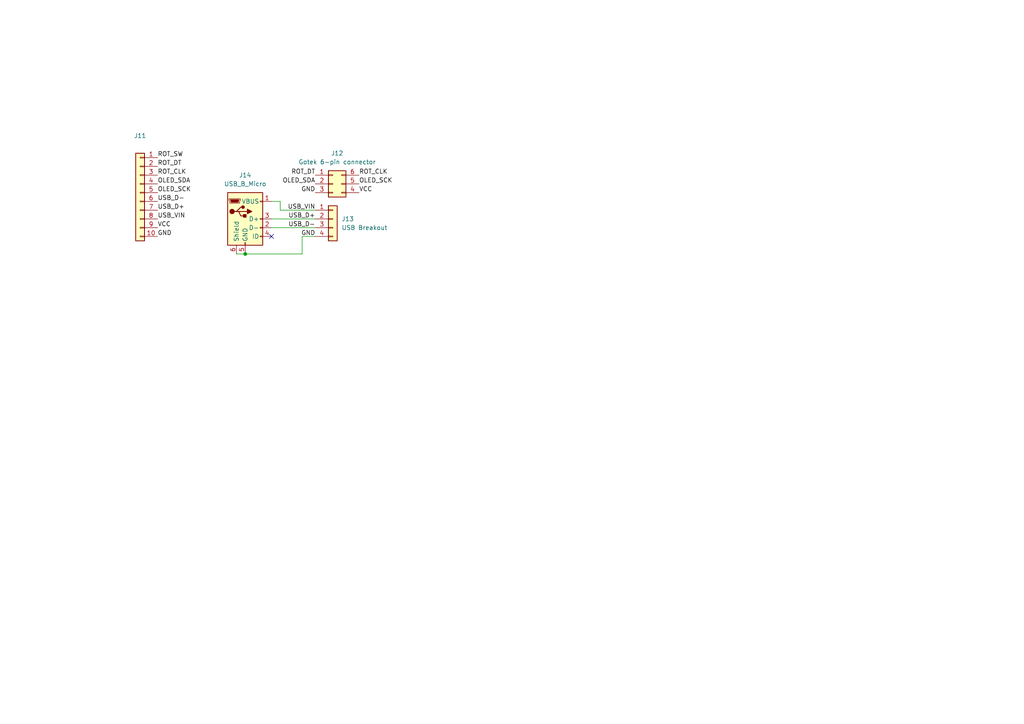
<source format=kicad_sch>
(kicad_sch (version 20231120) (generator "eeschema") (generator_version "8.0")
  (paper "A4")
  (lib_symbols
    (symbol "Connector:USB_B_Micro" (pin_names (offset 1.016))
      (property "Reference" "J" (at -5.08 11.43 0))
      (property "Value" "USB_B_Micro" (at -5.08 8.89 0))
      (symbol "USB_B_Micro_0_1"
        (rectangle (start -5.08 -7.62) (end 5.08 7.62) (stroke (width 0.254)) (fill (type background)))
        (circle (center -3.81 2.159) (radius 0.635) (stroke (width 0.254)) (fill (type outline)))
        (circle (center -0.635 3.429) (radius 0.381) (stroke (width 0.254)) (fill (type outline)))
        (rectangle (start -0.127 -7.62) (end 0.127 -6.858))
        (polyline (pts (xy -1.905 2.159) (xy 0.635 2.159)) (stroke (width 0.254)))
        (polyline (pts (xy -3.175 2.159) (xy -2.54 2.159) (xy -1.27 3.429) (xy -0.635 3.429)) (stroke (width 0.254)))
        (polyline (pts (xy -2.54 2.159) (xy -1.905 2.159) (xy -1.27 0.889) (xy 0 0.889)) (stroke (width 0.254)))
        (polyline (pts (xy 0.635 2.794) (xy 0.635 1.524) (xy 1.905 2.159) (xy 0.635 2.794)) (stroke (width 0.254)) (fill (type outline)))
        (polyline (pts (xy -4.318 5.588) (xy -1.778 5.588) (xy -2.032 4.826) (xy -4.064 4.826) (xy -4.318 5.588)) (fill (type outline)))
        (polyline (pts (xy -4.699 5.842) (xy -4.699 5.588) (xy -4.445 4.826) (xy -4.445 4.572) (xy -1.651 4.572) (xy -1.651 4.826) (xy -1.397 5.588) (xy -1.397 5.842) (xy -4.699 5.842)))
        (rectangle (start 0.254 1.27) (end -0.508 0.508) (stroke (width 0.254)) (fill (type outline)))
        (rectangle (start 5.08 -5.207) (end 4.318 -4.953))
        (rectangle (start 5.08 -2.667) (end 4.318 -2.413))
        (rectangle (start 5.08 -0.127) (end 4.318 0.127))
        (rectangle (start 5.08 4.953) (end 4.318 5.207))
      )
      (symbol "USB_B_Micro_1_1"
        (pin power_out line (at 7.62 5.08 180) (length 2.54) (name "VBUS") (number "1"))
        (pin bidirectional line (at 7.62 -2.54 180) (length 2.54) (name "D-") (number "2"))
        (pin bidirectional line (at 7.62 0 180) (length 2.54) (name "D+") (number "3"))
        (pin passive line (at 7.62 -5.08 180) (length 2.54) (name "ID") (number "4"))
        (pin power_out line (at 0 -10.16 90) (length 2.54) (name "GND") (number "5"))
        (pin passive line (at -2.54 -10.16 90) (length 2.54) (name "Shield") (number "6"))
      )
    )
    (symbol "Connector_Generic:Conn_01x04" (pin_names (offset 1.016) hide)
      (property "Reference" "J" (at 0 5.08 0))
      (property "Value" "Conn_01x04" (at 0 -7.62 0))
      (symbol "Conn_01x04_1_1"
        (rectangle (start -1.27 -4.953) (end 0 -5.207) (stroke (width 0.1524)))
        (rectangle (start -1.27 -2.413) (end 0 -2.667) (stroke (width 0.1524)))
        (rectangle (start -1.27 0.127) (end 0 -0.127) (stroke (width 0.1524)))
        (rectangle (start -1.27 2.667) (end 0 2.413) (stroke (width 0.1524)))
        (rectangle (start -1.27 3.81) (end 1.27 -6.35) (stroke (width 0.254)) (fill (type background)))
        (pin passive line (at -5.08 2.54 0) (length 3.81) (name "Pin_1") (number "1"))
        (pin passive line (at -5.08 0 0) (length 3.81) (name "Pin_2") (number "2"))
        (pin passive line (at -5.08 -2.54 0) (length 3.81) (name "Pin_3") (number "3"))
        (pin passive line (at -5.08 -5.08 0) (length 3.81) (name "Pin_4") (number "4"))
      )
    )
    (symbol "Connector_Generic:Conn_01x10" (pin_names (offset 1.016) hide)
      (property "Reference" "J" (at 0 12.7 0))
      (property "Value" "Conn_01x10" (at 0 -15.24 0))
      (symbol "Conn_01x10_1_1"
        (rectangle (start -1.27 -12.573) (end 0 -12.827) (stroke (width 0.1524)))
        (rectangle (start -1.27 -10.033) (end 0 -10.287) (stroke (width 0.1524)))
        (rectangle (start -1.27 -7.493) (end 0 -7.747) (stroke (width 0.1524)))
        (rectangle (start -1.27 -4.953) (end 0 -5.207) (stroke (width 0.1524)))
        (rectangle (start -1.27 -2.413) (end 0 -2.667) (stroke (width 0.1524)))
        (rectangle (start -1.27 0.127) (end 0 -0.127) (stroke (width 0.1524)))
        (rectangle (start -1.27 2.667) (end 0 2.413) (stroke (width 0.1524)))
        (rectangle (start -1.27 5.207) (end 0 4.953) (stroke (width 0.1524)))
        (rectangle (start -1.27 7.747) (end 0 7.493) (stroke (width 0.1524)))
        (rectangle (start -1.27 10.287) (end 0 10.033) (stroke (width 0.1524)))
        (rectangle (start -1.27 11.43) (end 1.27 -13.97) (stroke (width 0.254)) (fill (type background)))
        (pin passive line (at -5.08 10.16 0) (length 3.81) (name "Pin_1") (number "1"))
        (pin passive line (at -5.08 -12.7 0) (length 3.81) (name "Pin_10") (number "10"))
        (pin passive line (at -5.08 7.62 0) (length 3.81) (name "Pin_2") (number "2"))
        (pin passive line (at -5.08 5.08 0) (length 3.81) (name "Pin_3") (number "3"))
        (pin passive line (at -5.08 2.54 0) (length 3.81) (name "Pin_4") (number "4"))
        (pin passive line (at -5.08 0 0) (length 3.81) (name "Pin_5") (number "5"))
        (pin passive line (at -5.08 -2.54 0) (length 3.81) (name "Pin_6") (number "6"))
        (pin passive line (at -5.08 -5.08 0) (length 3.81) (name "Pin_7") (number "7"))
        (pin passive line (at -5.08 -7.62 0) (length 3.81) (name "Pin_8") (number "8"))
        (pin passive line (at -5.08 -10.16 0) (length 3.81) (name "Pin_9") (number "9"))
      )
    )
    (symbol "Connector_Generic:Conn_02x03_Counter_Clockwise" (pin_names (offset 1.016) hide)
      (property "Reference" "J" (at 1.27 5.08 0))
      (property "Value" "Conn_02x03_Counter_Clockwise" (at 1.27 -5.08 0))
      (symbol "Conn_02x03_Counter_Clockwise_1_1"
        (rectangle (start -1.27 -2.413) (end 0 -2.667) (stroke (width 0.1524)))
        (rectangle (start -1.27 0.127) (end 0 -0.127) (stroke (width 0.1524)))
        (rectangle (start -1.27 2.667) (end 0 2.413) (stroke (width 0.1524)))
        (rectangle (start -1.27 3.81) (end 3.81 -3.81) (stroke (width 0.254)) (fill (type background)))
        (rectangle (start 3.81 -2.413) (end 2.54 -2.667) (stroke (width 0.1524)))
        (rectangle (start 3.81 0.127) (end 2.54 -0.127) (stroke (width 0.1524)))
        (rectangle (start 3.81 2.667) (end 2.54 2.413) (stroke (width 0.1524)))
        (pin passive line (at -5.08 2.54 0) (length 3.81) (name "Pin_1") (number "1"))
        (pin passive line (at -5.08 0 0) (length 3.81) (name "Pin_2") (number "2"))
        (pin passive line (at -5.08 -2.54 0) (length 3.81) (name "Pin_3") (number "3"))
        (pin passive line (at 7.62 -2.54 180) (length 3.81) (name "Pin_4") (number "4"))
        (pin passive line (at 7.62 0 180) (length 3.81) (name "Pin_5") (number "5"))
        (pin passive line (at 7.62 2.54 180) (length 3.81) (name "Pin_6") (number "6"))
      )
    )
  )
  (junction (at 71.12 73.66))
  (no_connect (at 78.74 68.58))
  (wire (pts (xy 78.74 63.5) (xy 91.44 63.5)))
  (wire (pts (xy 71.12 73.66) (xy 87.63 73.66)))
  (wire (pts (xy 78.74 66.04) (xy 91.44 66.04)))
  (wire (pts (xy 81.28 60.96) (xy 91.44 60.96)))
  (wire (pts (xy 81.28 58.42) (xy 81.28 60.96)))
  (wire (pts (xy 87.63 68.58) (xy 91.44 68.58)))
  (wire (pts (xy 87.63 73.66) (xy 87.63 68.58)))
  (wire (pts (xy 68.58 73.66) (xy 71.12 73.66)))
  (wire (pts (xy 78.74 58.42) (xy 81.28 58.42)))
  (label "GND" (at 45.72 68.58 0))
  (label "ROT_DT" (at 91.44 50.8 180))
  (label "USB_VIN" (at 45.72 63.5 0))
  (label "OLED_SCK" (at 45.72 55.88 0))
  (label "VCC" (at 45.72 66.04 0))
  (label "USB_D+" (at 45.72 60.96 0))
  (label "OLED_SDA" (at 45.72 53.34 0))
  (label "OLED_SCK" (at 104.14 53.34 0))
  (label "USB_D-" (at 45.72 58.42 0))
  (label "ROT_CLK" (at 45.72 50.8 0))
  (label "VCC" (at 104.14 55.88 0))
  (label "USB_VIN" (at 91.44 60.96 180))
  (label "ROT_DT" (at 45.72 48.26 0))
  (label "GND" (at 91.44 55.88 180))
  (label "USB_D+" (at 91.44 63.5 180))
  (label "ROT_SW" (at 45.72 45.72 0))
  (label "USB_D-" (at 91.44 66.04 180))
  (label "OLED_SDA" (at 91.44 53.34 180))
  (label "GND" (at 91.44 68.58 180))
  (label "ROT_CLK" (at 104.14 50.8 0))
  (symbol (lib_id "Connector:USB_B_Micro") (at 71.12 63.5 0) (unit 1)
    (property "Reference" "J14" (at 71.12 50.8 0))
    (property "Value" "USB_B_Micro" (at 71.12 53.34 0))
    (property "Footprint" "Connector_USB:USB_Micro-B_Amphenol_10118194_Horizontal" (effects (hide yes)))
    (property "Description" "USB Micro Type B connector" (effects (hide yes)))
  )
  (symbol (lib_id "Connector_Generic:Conn_01x10") (at 40.64 55.88 0) (mirror y) (unit 1)
    (property "Reference" "J11" (at 40.64 39.37 0))
    (property "Value" "FFC 10x1 0.5mm" (effects (hide yes)))
    (property "Footprint" "Connector_FFC-FPC:Molex_54548-1071_1x10-1MP_P0.5mm_Horizontal" (effects (hide yes)))
  )
  (symbol (lib_id "Connector_Generic:Conn_01x04") (at 96.52 63.5 0) (unit 1)
    (property "Reference" "J13" (at 99.06 63.5 0) (effects (justify left)))
    (property "Value" "USB Breakout" (at 99.06 66.04 0) (effects (justify left)))
    (property "Footprint" "Connector_PinHeader_2.54mm:PinHeader_1x04_P2.54mm_Vertical" (effects (hide yes)))
  )
  (symbol (lib_id "Connector_Generic:Conn_02x03_Counter_Clockwise") (at 96.52 53.34 0) (unit 1)
    (property "Reference" "J12" (at 97.79 44.45 0))
    (property "Value" "Gotek 6-pin connector" (at 97.79 46.99 0))
    (property "Footprint" "Connector_PinHeader_2.54mm:PinHeader_2x03_P2.54mm_Vertical" (effects (hide yes)))
  )
)
</source>
